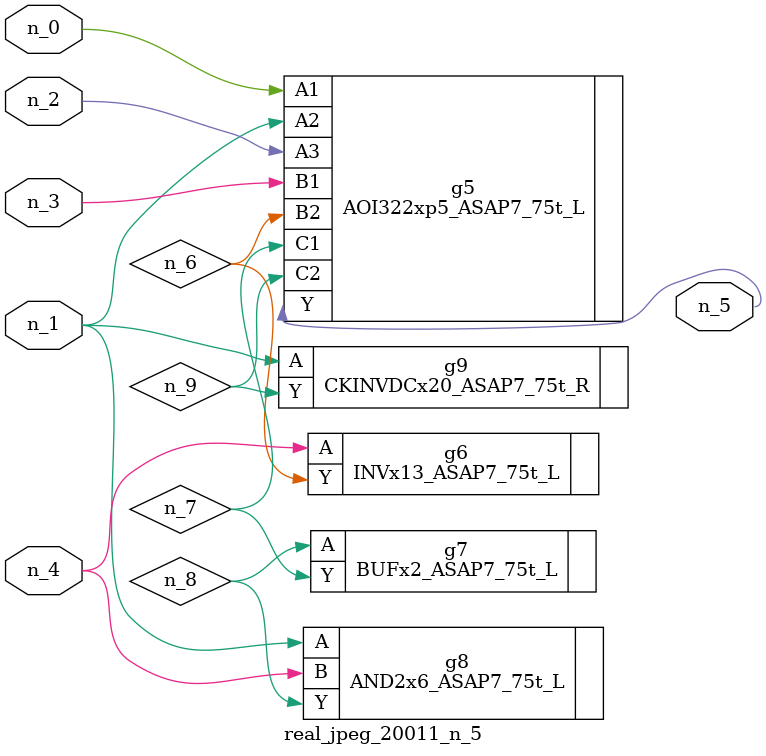
<source format=v>
module real_jpeg_20011_n_5 (n_4, n_0, n_1, n_2, n_3, n_5);

input n_4;
input n_0;
input n_1;
input n_2;
input n_3;

output n_5;

wire n_8;
wire n_6;
wire n_7;
wire n_9;

AOI322xp5_ASAP7_75t_L g5 ( 
.A1(n_0),
.A2(n_1),
.A3(n_2),
.B1(n_3),
.B2(n_6),
.C1(n_7),
.C2(n_9),
.Y(n_5)
);

AND2x6_ASAP7_75t_L g8 ( 
.A(n_1),
.B(n_4),
.Y(n_8)
);

CKINVDCx20_ASAP7_75t_R g9 ( 
.A(n_1),
.Y(n_9)
);

INVx13_ASAP7_75t_L g6 ( 
.A(n_4),
.Y(n_6)
);

BUFx2_ASAP7_75t_L g7 ( 
.A(n_8),
.Y(n_7)
);


endmodule
</source>
